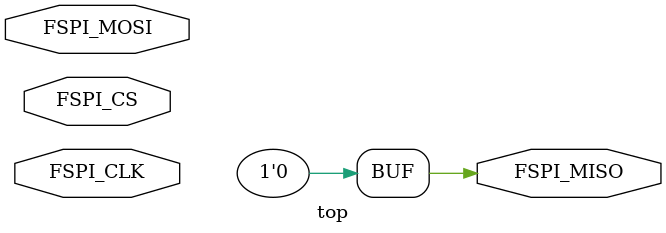
<source format=v>

module top (
    input wire FSPI_CLK,
    input wire FSPI_MOSI,
    output wire FSPI_MISO,
    input wire FSPI_CS
);
    // 48MHz internal oscillator
    wire clk;
    SB_HFOSC #(.CLKHF_DIV("0b00")) osc (
        .CLKHFPU(1'b1),
        .CLKHFEN(1'b1),
        .CLKHF(clk)
    );

    // Slow counter for color cycling (~1.4 sec per full rotation at 48MHz)
    reg [25:0] phase_counter;
    always @(posedge clk)
        phase_counter <= phase_counter + 1;

    // Use top 8 bits as hue (0-255)
    wire [7:0] hue = phase_counter[25:18];

    // PWM counter for brightness levels
    reg [7:0] pwm_counter;
    always @(posedge clk)
        pwm_counter <= pwm_counter + 1;

    // HSV to RGB conversion (simplified, saturation=1, value=1)
    // Divides hue into 6 sectors of ~42 values each
    reg [7:0] r_level, g_level, b_level;

    always @(posedge clk) begin
        case (hue[7:5])  // 3 bits = 8 sectors, but we use 6
            3'd0: begin  // Red to Yellow (hue 0-42)
                r_level <= 8'd255;
                g_level <= {hue[4:0], 3'b0};  // Rising
                b_level <= 8'd0;
            end
            3'd1: begin  // Yellow to Green (hue 43-85)
                r_level <= 8'd255 - {hue[4:0], 3'b0};  // Falling
                g_level <= 8'd255;
                b_level <= 8'd0;
            end
            3'd2: begin  // Green to Cyan (hue 86-128)
                r_level <= 8'd0;
                g_level <= 8'd255;
                b_level <= {hue[4:0], 3'b0};  // Rising
            end
            3'd3: begin  // Cyan to Blue (hue 129-170)
                r_level <= 8'd0;
                g_level <= 8'd255 - {hue[4:0], 3'b0};  // Falling
                b_level <= 8'd255;
            end
            3'd4: begin  // Blue to Magenta (hue 171-213)
                r_level <= {hue[4:0], 3'b0};  // Rising
                g_level <= 8'd0;
                b_level <= 8'd255;
            end
            default: begin  // Magenta to Red (hue 214-255)
                r_level <= 8'd255;
                g_level <= 8'd0;
                b_level <= 8'd255 - {hue[4:0], 3'b0};  // Falling
            end
        endcase
    end

    // PWM comparison for each channel
    wire r_pwm = (pwm_counter < r_level);
    wire g_pwm = (pwm_counter < g_level);
    wire b_pwm = (pwm_counter < b_level);

    // RGB LED driver (directly drives internal LED, no external pins)
    wire rgb0, rgb1, rgb2;
    SB_RGBA_DRV #(
        .CURRENT_MODE("0b0"),       // Half current mode
        .RGB0_CURRENT("0b000011"),  // 4mA
        .RGB1_CURRENT("0b000011"),  // 4mA
        .RGB2_CURRENT("0b000011")   // 4mA
    ) rgb_driver (
        .CURREN(1'b1),
        .RGBLEDEN(1'b1),
        .RGB0PWM(r_pwm),
        .RGB1PWM(g_pwm),
        .RGB2PWM(b_pwm),
        .RGB0(rgb0),
        .RGB1(rgb1),
        .RGB2(rgb2)
    );

    // SPI stub - just acknowledge we're alive
    assign FSPI_MISO = 1'b0;

endmodule

</source>
